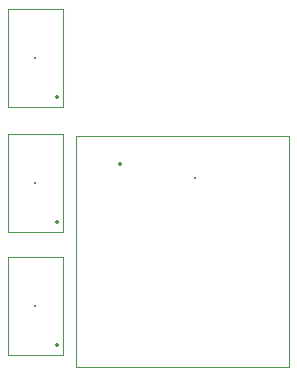
<source format=gbr>
%TF.GenerationSoftware,KiCad,Pcbnew,7.0.7*%
%TF.CreationDate,2023-08-27T21:57:29-04:00*%
%TF.ProjectId,PicoMemcard-qtpyrp2040,5069636f-4d65-46d6-9361-72642d717470,1.3.1*%
%TF.SameCoordinates,Original*%
%TF.FileFunction,Component,L2,Bot*%
%TF.FilePolarity,Positive*%
%FSLAX46Y46*%
G04 Gerber Fmt 4.6, Leading zero omitted, Abs format (unit mm)*
G04 Created by KiCad (PCBNEW 7.0.7) date 2023-08-27 21:57:29*
%MOMM*%
%LPD*%
G01*
G04 APERTURE LIST*
%TA.AperFunction,ComponentMain*%
%ADD10C,0.300000*%
%TD*%
%TA.AperFunction,ComponentOutline,Footprint*%
%ADD11C,0.100000*%
%TD*%
%TA.AperFunction,ComponentPin*%
%ADD12P,0.360000X4X0.000000*%
%TD*%
%TA.AperFunction,ComponentPin*%
%ADD13C,0.000000*%
%TD*%
%TA.AperFunction,ComponentOutline,Courtyard*%
%ADD14C,0.100000*%
%TD*%
G04 APERTURE END LIST*
D10*
%TO.C,"SW3"*%
%TO.CFtp,"SW-SMD_4P-L5.1-W5.1-P3.70-LS6.5-TL-2"*%
%TO.CVal,"TS-1187A-B-A-B"*%
%TO.CLbN,"easyeda2kicad"*%
%TO.CMnt,SMD*%
%TO.CRot,-90*%
X138176000Y-109220000D03*
D11*
X140526000Y-113370000D02*
X135826000Y-113370000D01*
X135826000Y-105070000D01*
X140526000Y-105070000D01*
X140526000Y-113370000D01*
D12*
%TO.P,"SW3","1","A"*%
X140026000Y-112520000D03*
D13*
%TO.P,"SW3","2","B"*%
X140026000Y-105920000D03*
%TO.P,"SW3","3","C"*%
X136326000Y-112520000D03*
%TO.P,"SW3","4","D"*%
X136326000Y-105920000D03*
%TD*%
D10*
%TO.C,"SW1"*%
%TO.CFtp,"SW-SMD_4P-L5.1-W5.1-P3.70-LS6.5-TL-2"*%
%TO.CVal,"TS-1187A-B-A-B"*%
%TO.CLbN,"easyeda2kicad"*%
%TO.CMnt,SMD*%
%TO.CRot,-90*%
X138176000Y-88270000D03*
D11*
X140526000Y-92420000D02*
X135826000Y-92420000D01*
X135826000Y-84120000D01*
X140526000Y-84120000D01*
X140526000Y-92420000D01*
D12*
%TO.P,"SW1","1","A"*%
X140026000Y-91570000D03*
D13*
%TO.P,"SW1","2","B"*%
X140026000Y-84970000D03*
%TO.P,"SW1","3","C"*%
X136326000Y-91570000D03*
%TO.P,"SW1","4","D"*%
X136326000Y-84970000D03*
%TD*%
D10*
%TO.C,"SW2"*%
%TO.CFtp,"SW-SMD_4P-L5.1-W5.1-P3.70-LS6.5-TL-2"*%
%TO.CVal,"TS-1187A-B-A-B"*%
%TO.CLbN,"easyeda2kicad"*%
%TO.CMnt,SMD*%
%TO.CRot,-90*%
X138176000Y-98860000D03*
D11*
X140526000Y-103010000D02*
X135826000Y-103010000D01*
X135826000Y-94710000D01*
X140526000Y-94710000D01*
X140526000Y-103010000D01*
D12*
%TO.P,"SW2","1","A"*%
X140026000Y-102160000D03*
D13*
%TO.P,"SW2","2","B"*%
X140026000Y-95560000D03*
%TO.P,"SW2","3","C"*%
X136326000Y-102160000D03*
%TO.P,"SW2","4","D"*%
X136326000Y-95560000D03*
%TD*%
D10*
%TO.C,"J2"*%
%TO.CFtp,"MicroSD_SPI_small"*%
%TO.CVal,"MicroSD SPI"*%
%TO.CLbN,"254"*%
%TO.CMnt,SMD*%
%TO.CRot,-90*%
X151672000Y-98448000D03*
D14*
X159671999Y-94848001D02*
X159671999Y-114447999D01*
X141572001Y-114447999D01*
X141572001Y-94848001D01*
X159671999Y-94848001D01*
D12*
%TO.P,"J2","1","Pin_1"*%
X145372000Y-97248000D03*
D13*
%TO.P,"J2","2","Pin_2"*%
X147872000Y-97248000D03*
%TO.P,"J2","3","Pin_3"*%
X150372000Y-97248000D03*
%TO.P,"J2","4","Pin_4"*%
X152872000Y-97248000D03*
%TO.P,"J2","5","Pin_5"*%
X155372000Y-97248000D03*
%TO.P,"J2","6","Pin_6"*%
X157872000Y-97248000D03*
%TD*%
M02*

</source>
